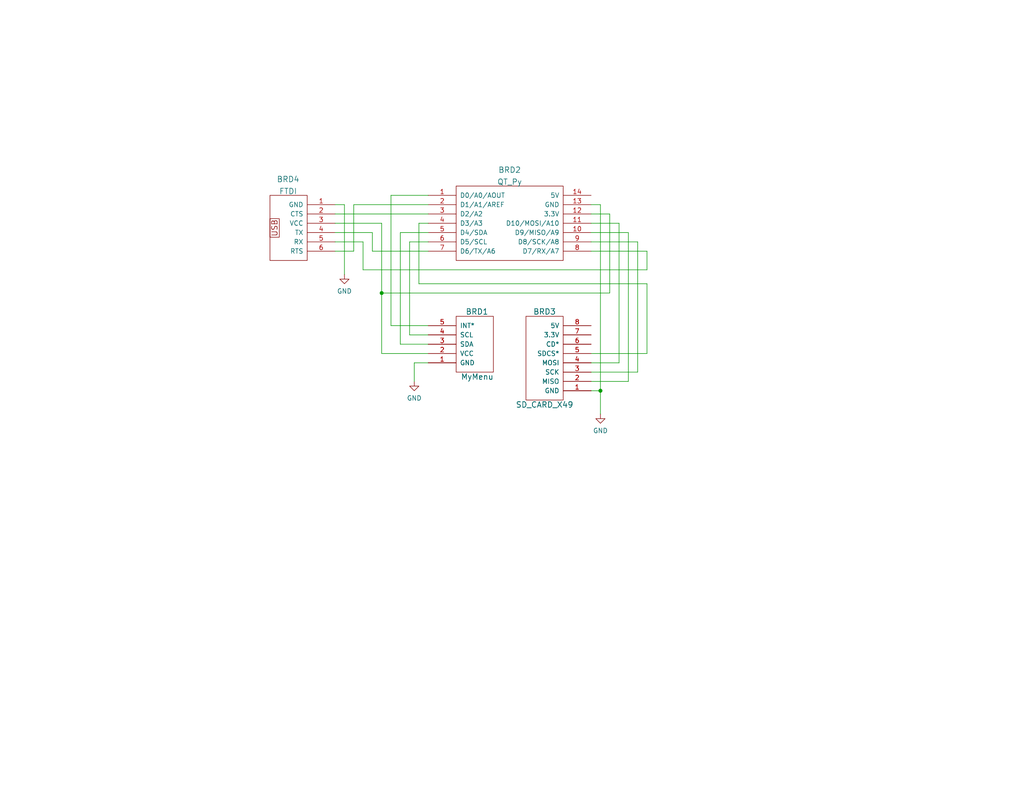
<source format=kicad_sch>
(kicad_sch (version 20211123) (generator eeschema)
  (paper "A")
  (title_block (title "QT Py Application") (date "2022-06-10") (rev "1") (company "land-boards.com"))
  (lib_symbols
    (symbol "LandBoards_Cards:FTDI" (pin_names (offset 1.016))
      (property "Reference" "BRD" (at 2.54 19.05 0))
      (property "Value" "FTDI" (at 2.54 -1.27 0))
      (symbol "FTDI_0_0"
        (rectangle (start -5.08 0) (end 5.08 17.78))
        (rectangle (start -5.08 11.43) (end -2.54 6.35))
        (text "USB" (at -3.81 8.89 900) (effects (font (size 1.524 1.524))))
      )
      (symbol "FTDI_1_1"
        (pin power_out line (at 12.7 15.24 180) (length 7.62) (name "GND") (number "1"))
        (pin input line (at 12.7 12.7 180) (length 7.62) (name "CTS") (number "2"))
        (pin power_out line (at 12.7 10.16 180) (length 7.62) (name "VCC") (number "3"))
        (pin output line (at 12.7 7.62 180) (length 7.62) (name "TX") (number "4"))
        (pin input line (at 12.7 5.08 180) (length 7.62) (name "RX") (number "5"))
        (pin output line (at 12.7 2.54 180) (length 7.62) (name "RTS") (number "6"))
      )
    )
    (symbol "LandBoards_Cards:MyMenu" (pin_names (offset 1.016))
      (property "Reference" "BRD" (at 1.27 11.43 0))
      (property "Value" "MyMenu" (at 0 -6.35 0))
      (symbol "MyMenu_0_0"
        (rectangle (start -5.08 10.16) (end 5.08 -5.08))
      )
      (symbol "MyMenu_1_1"
        (pin power_in line (at 12.7 7.62 180) (length 7.62) (name "GND") (number "1"))
        (pin power_in line (at 12.7 5.08 180) (length 7.62) (name "VCC") (number "2"))
        (pin bidirectional line (at 12.7 2.54 180) (length 7.62) (name "SDA") (number "3"))
        (pin input line (at 12.7 0 180) (length 7.62) (name "SCL") (number "4"))
        (pin output line (at 12.7 -2.54 180) (length 7.62) (name "INT*") (number "5"))
      )
    )
    (symbol "LandBoards_Cards:QT_Py" (pin_names (offset 1.016))
      (property "Reference" "BRD" (at 0 11.43 0))
      (property "Value" "QT_Py" (at 0 -11.43 0))
      (symbol "QT_Py_0_0"
        (rectangle (start -15.24 10.16) (end 13.97 -10.16))
      )
      (symbol "QT_Py_1_1"
        (pin bidirectional line (at -22.86 7.62 0) (length 7.62) (name "D0/A0/AOUT") (number "1"))
        (pin bidirectional line (at 21.59 -2.54 180) (length 7.62) (name "D9/MISO/A9") (number "10"))
        (pin bidirectional line (at 21.59 0 180) (length 7.62) (name "D10/MOSI/A10") (number "11"))
        (pin power_out line (at 21.59 2.54 180) (length 7.62) (name "3.3V") (number "12"))
        (pin power_in line (at 21.59 5.08 180) (length 7.62) (name "GND") (number "13"))
        (pin power_in line (at 21.59 7.62 180) (length 7.62) (name "5V") (number "14"))
        (pin bidirectional line (at -22.86 5.08 0) (length 7.62) (name "D1/A1/AREF") (number "2"))
        (pin bidirectional line (at -22.86 2.54 0) (length 7.62) (name "D2/A2") (number "3"))
        (pin bidirectional line (at -22.86 0 0) (length 7.62) (name "D3/A3") (number "4"))
        (pin bidirectional line (at -22.86 -2.54 0) (length 7.62) (name "D4/SDA") (number "5"))
        (pin bidirectional line (at -22.86 -5.08 0) (length 7.62) (name "D5/SCL") (number "6"))
        (pin bidirectional line (at -22.86 -7.62 0) (length 7.62) (name "D6/TX/A6") (number "7"))
        (pin bidirectional line (at 21.59 -7.62 180) (length 7.62) (name "D7/RX/A7") (number "8"))
        (pin bidirectional line (at 21.59 -5.08 180) (length 7.62) (name "D8/SCK/A8") (number "9"))
      )
    )
    (symbol "LandBoards_Cards:SD_CARD_X49" (pin_names (offset 1.016))
      (property "Reference" "BRD" (at 0 11.43 0))
      (property "Value" "SD_CARD_X49" (at 0 -13.97 0))
      (symbol "SD_CARD_X49_0_0"
        (rectangle (start -5.08 10.16) (end 5.08 -12.7))
      )
      (symbol "SD_CARD_X49_1_1"
        (pin power_in line (at -12.7 -10.16 0) (length 7.62) (name "GND") (number "1"))
        (pin output line (at -12.7 -7.62 0) (length 7.62) (name "MISO") (number "2"))
        (pin input line (at -12.7 -5.08 0) (length 7.62) (name "SCK") (number "3"))
        (pin input line (at -12.7 -2.54 0) (length 7.62) (name "MOSI") (number "4"))
        (pin input line (at -12.7 0 0) (length 7.62) (name "SDCS*") (number "5"))
        (pin output line (at -12.7 2.54 0) (length 7.62) (name "CD*") (number "6"))
        (pin power_out line (at -12.7 5.08 0) (length 7.62) (name "3.3V") (number "7"))
        (pin power_in line (at -12.7 7.62 0) (length 7.62) (name "5V") (number "8"))
      )
    )
    (symbol "power:GND" (power) (pin_names (offset 0))
      (property "Value" "GND" (at 0 -3.81 0))
      (symbol "GND_0_1"
        (polyline (pts (xy 0 0) (xy 0 -1.27) (xy 1.27 -1.27) (xy 0 -2.54) (xy -1.27 -1.27) (xy 0 -1.27)))
      )
      (symbol "GND_1_1"
        (pin power_in line (at 0 0 270) (length 0) hide (name "GND") (number "1"))
      )
    )
  )
  (junction (at 104.14 80.01))
  (junction (at 163.83 106.68))
  (wire (pts (xy 96.52 68.58) (xy 96.52 55.88)))
  (wire (pts (xy 106.68 88.9) (xy 106.68 53.34)))
  (wire (pts (xy 168.91 60.96) (xy 168.91 99.06)))
  (wire (pts (xy 106.68 53.34) (xy 116.84 53.34)))
  (wire (pts (xy 114.3 60.96) (xy 114.3 77.47)))
  (wire (pts (xy 161.29 60.96) (xy 168.91 60.96)))
  (wire (pts (xy 116.84 60.96) (xy 114.3 60.96)))
  (wire (pts (xy 173.99 66.04) (xy 173.99 101.6)))
  (wire (pts (xy 161.29 68.58) (xy 176.53 68.58)))
  (wire (pts (xy 101.6 63.5) (xy 91.44 63.5)))
  (wire (pts (xy 104.14 60.96) (xy 91.44 60.96)))
  (wire (pts (xy 99.06 73.66) (xy 99.06 66.04)))
  (wire (pts (xy 104.14 60.96) (xy 104.14 80.01)))
  (wire (pts (xy 176.53 73.66) (xy 99.06 73.66)))
  (wire (pts (xy 116.84 93.98) (xy 109.22 93.98)))
  (wire (pts (xy 93.98 55.88) (xy 93.98 74.93)))
  (wire (pts (xy 161.29 63.5) (xy 171.45 63.5)))
  (wire (pts (xy 176.53 68.58) (xy 176.53 73.66)))
  (wire (pts (xy 99.06 66.04) (xy 91.44 66.04)))
  (wire (pts (xy 166.37 80.01) (xy 166.37 58.42)))
  (wire (pts (xy 109.22 93.98) (xy 109.22 63.5)))
  (wire (pts (xy 111.76 66.04) (xy 116.84 66.04)))
  (wire (pts (xy 166.37 58.42) (xy 161.29 58.42)))
  (wire (pts (xy 91.44 55.88) (xy 93.98 55.88)))
  (wire (pts (xy 104.14 80.01) (xy 166.37 80.01)))
  (wire (pts (xy 163.83 106.68) (xy 163.83 113.03)))
  (wire (pts (xy 116.84 88.9) (xy 106.68 88.9)))
  (wire (pts (xy 96.52 55.88) (xy 116.84 55.88)))
  (wire (pts (xy 176.53 96.52) (xy 161.29 96.52)))
  (wire (pts (xy 111.76 91.44) (xy 111.76 66.04)))
  (wire (pts (xy 168.91 99.06) (xy 161.29 99.06)))
  (wire (pts (xy 109.22 63.5) (xy 116.84 63.5)))
  (wire (pts (xy 91.44 58.42) (xy 116.84 58.42)))
  (wire (pts (xy 173.99 101.6) (xy 161.29 101.6)))
  (wire (pts (xy 163.83 106.68) (xy 161.29 106.68)))
  (wire (pts (xy 114.3 77.47) (xy 176.53 77.47)))
  (wire (pts (xy 161.29 66.04) (xy 173.99 66.04)))
  (wire (pts (xy 116.84 96.52) (xy 104.14 96.52)))
  (wire (pts (xy 171.45 104.14) (xy 161.29 104.14)))
  (wire (pts (xy 101.6 68.58) (xy 101.6 63.5)))
  (wire (pts (xy 116.84 99.06) (xy 113.03 99.06)))
  (wire (pts (xy 91.44 68.58) (xy 96.52 68.58)))
  (wire (pts (xy 113.03 99.06) (xy 113.03 104.14)))
  (wire (pts (xy 176.53 77.47) (xy 176.53 96.52)))
  (wire (pts (xy 116.84 91.44) (xy 111.76 91.44)))
  (wire (pts (xy 171.45 63.5) (xy 171.45 104.14)))
  (wire (pts (xy 116.84 68.58) (xy 101.6 68.58)))
  (wire (pts (xy 104.14 96.52) (xy 104.14 80.01)))
  (wire (pts (xy 163.83 55.88) (xy 163.83 106.68)))
  (wire (pts (xy 161.29 55.88) (xy 163.83 55.88)))
  (symbol (lib_id "power:GND") (at 113.03 104.14 0) (unit 1)
    (property "Reference" "#PWR?" (effects hide))
    (property "Value" "GND" (at 113.03 108.7025 0))
  )
  (symbol (lib_id "power:GND") (at 163.83 113.03 0) (unit 1)
    (property "Reference" "#PWR?" (effects hide))
    (property "Value" "GND" (at 163.83 117.5925 0))
  )
  (symbol (lib_id "power:GND") (at 93.98 74.93 0) (unit 1)
    (property "Reference" "#PWR?" (effects hide))
    (property "Value" "GND" (at 93.98 79.4925 0))
  )
  (symbol (lib_id "LandBoards_Cards:MyMenu") (at 129.54 91.44 180) (unit 1)
    (property "Reference" "BRD1" (at 127 85.09 0) (effects (font (size 1.524 1.524)) (justify right)))
    (property "Value" "MyMenu" (at 125.73 102.87 0) (effects (font (size 1.524 1.524)) (justify right)))
  )
  (symbol (lib_id "LandBoards_Cards:SD_CARD_X49") (at 148.59 96.52 0) (mirror y) (unit 1)
    (property "Reference" "BRD3" (at 148.59 85.09 0) (effects (font (size 1.524 1.524))))
    (property "Value" "SD_CARD_X49" (at 148.59 110.49 0) (effects (font (size 1.524 1.524))))
  )
  (symbol (lib_id "LandBoards_Cards:FTDI") (at 78.74 71.12 0) (unit 1)
    (property "Reference" "BRD4" (at 78.6187 48.9361 0) (effects (font (size 1.524 1.524))))
    (property "Value" "FTDI" (at 78.6187 52.2151 0) (effects (font (size 1.524 1.524))))
  )
  (symbol (lib_id "LandBoards_Cards:QT_Py") (at 139.7 60.96 0) (unit 1)
    (property "Reference" "BRD2" (at 139.065 46.3961 0) (effects (font (size 1.524 1.524))))
    (property "Value" "QT_Py" (at 139.065 49.6751 0) (effects (font (size 1.524 1.524))))
  )
)
</source>
